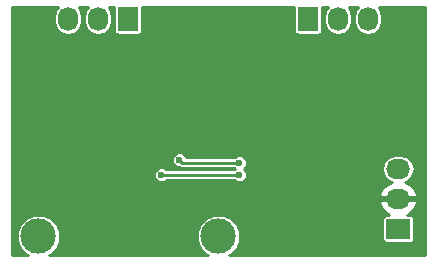
<source format=gbr>
G04 #@! TF.FileFunction,Copper,L2,Bot,Signal*
%FSLAX46Y46*%
G04 Gerber Fmt 4.6, Leading zero omitted, Abs format (unit mm)*
G04 Created by KiCad (PCBNEW 0.201510170916+6271~30~ubuntu14.04.1-product) date lun. 26 oct. 2015 23:12:23 CET*
%MOMM*%
G01*
G04 APERTURE LIST*
%ADD10C,0.100000*%
%ADD11R,2.032000X1.727200*%
%ADD12O,2.032000X1.727200*%
%ADD13R,1.727200X2.032000*%
%ADD14O,1.727200X2.032000*%
%ADD15C,3.000000*%
%ADD16C,0.600000*%
%ADD17C,0.250000*%
%ADD18C,0.254000*%
G04 APERTURE END LIST*
D10*
D11*
X190500000Y-96520000D03*
D12*
X190500000Y-93980000D03*
X190500000Y-91440000D03*
D13*
X167640000Y-78740000D03*
D14*
X165100000Y-78740000D03*
X162560000Y-78740000D03*
D13*
X182880000Y-78740000D03*
D14*
X185420000Y-78740000D03*
X187960000Y-78740000D03*
D15*
X160020000Y-97155000D03*
X175260000Y-97155000D03*
D16*
X183642000Y-90678000D03*
X187452000Y-90678000D03*
X166624000Y-98298000D03*
X162560000Y-98044000D03*
X158496000Y-94742000D03*
X158496000Y-91440000D03*
X160274000Y-90170000D03*
X162052000Y-90932000D03*
X162052000Y-93726000D03*
X164338000Y-95758000D03*
X172720000Y-98044000D03*
X177292000Y-95504000D03*
X172720000Y-89535000D03*
X176530000Y-84455000D03*
X175260000Y-84455000D03*
X173990000Y-84455000D03*
X161290000Y-84455000D03*
X162560000Y-84455000D03*
X163830000Y-84455000D03*
X165100000Y-84455000D03*
X166370000Y-84455000D03*
X184150000Y-84455000D03*
X189230000Y-84455000D03*
X187960000Y-84455000D03*
X186690000Y-84455000D03*
X185420000Y-84455000D03*
X188976000Y-92964000D03*
X181356000Y-96139000D03*
X170307000Y-96647000D03*
X168529000Y-92075000D03*
X177038000Y-90932000D03*
X171958000Y-90678000D03*
X177038000Y-91948000D03*
X170434000Y-91948000D03*
D17*
X188976000Y-92964000D02*
X188976000Y-92202000D01*
X188976000Y-92202000D02*
X187452000Y-90678000D01*
X170307000Y-96647000D02*
X165227000Y-96647000D01*
X162560000Y-96012000D02*
X162560000Y-98044000D01*
X161290000Y-94742000D02*
X162560000Y-96012000D01*
X158496000Y-94742000D02*
X161290000Y-94742000D01*
X159004000Y-91440000D02*
X158496000Y-91440000D01*
X160274000Y-90170000D02*
X159004000Y-91440000D01*
X162052000Y-93726000D02*
X162052000Y-90932000D01*
X165227000Y-96647000D02*
X164338000Y-95758000D01*
X170307000Y-96647000D02*
X171323000Y-96647000D01*
X171323000Y-96647000D02*
X172720000Y-98044000D01*
X175006000Y-93980000D02*
X175768000Y-93980000D01*
X175768000Y-93980000D02*
X177292000Y-95504000D01*
X170307000Y-96647000D02*
X170307000Y-96393000D01*
X179197000Y-93980000D02*
X181356000Y-96139000D01*
X172720000Y-93980000D02*
X175006000Y-93980000D01*
X175006000Y-93980000D02*
X179197000Y-93980000D01*
X170307000Y-96393000D02*
X172720000Y-93980000D01*
X173990000Y-84455000D02*
X173990000Y-88265000D01*
X173990000Y-88265000D02*
X172720000Y-89535000D01*
X166370000Y-84455000D02*
X173990000Y-84455000D01*
X175260000Y-84455000D02*
X176530000Y-84455000D01*
X162560000Y-84455000D02*
X161290000Y-84455000D01*
X165100000Y-84455000D02*
X163830000Y-84455000D01*
X168529000Y-92075000D02*
X168529000Y-86614000D01*
X168529000Y-86614000D02*
X166370000Y-84455000D01*
X188595000Y-88900000D02*
X188595000Y-93345000D01*
X184150000Y-84455000D02*
X188595000Y-88900000D01*
X189230000Y-84455000D02*
X187960000Y-84455000D01*
X186690000Y-84455000D02*
X185420000Y-84455000D01*
X188976000Y-92964000D02*
X188595000Y-93345000D01*
X188595000Y-93345000D02*
X185801000Y-96139000D01*
X185801000Y-96139000D02*
X181356000Y-96139000D01*
X170307000Y-93853000D02*
X170307000Y-96647000D01*
X168529000Y-92075000D02*
X170307000Y-93853000D01*
X172212000Y-90932000D02*
X177038000Y-90932000D01*
X171958000Y-90678000D02*
X172212000Y-90932000D01*
X177038000Y-91948000D02*
X170434000Y-91948000D01*
D18*
G36*
X161460029Y-78105666D02*
X161369400Y-78561289D01*
X161369400Y-78918711D01*
X161460029Y-79374334D01*
X161718119Y-79760592D01*
X162104377Y-80018682D01*
X162560000Y-80109311D01*
X163015623Y-80018682D01*
X163401881Y-79760592D01*
X163659971Y-79374334D01*
X163750600Y-78918711D01*
X163750600Y-78561289D01*
X163659971Y-78105666D01*
X163437022Y-77772000D01*
X164222978Y-77772000D01*
X164000029Y-78105666D01*
X163909400Y-78561289D01*
X163909400Y-78918711D01*
X164000029Y-79374334D01*
X164258119Y-79760592D01*
X164644377Y-80018682D01*
X165100000Y-80109311D01*
X165555623Y-80018682D01*
X165941881Y-79760592D01*
X166199971Y-79374334D01*
X166290600Y-78918711D01*
X166290600Y-78561289D01*
X166199971Y-78105666D01*
X165977022Y-77772000D01*
X166442994Y-77772000D01*
X166442994Y-79756000D01*
X166465795Y-79877179D01*
X166537412Y-79988474D01*
X166646686Y-80063138D01*
X166776400Y-80089406D01*
X168503600Y-80089406D01*
X168624779Y-80066605D01*
X168736074Y-79994988D01*
X168810738Y-79885714D01*
X168837006Y-79756000D01*
X168837006Y-77772000D01*
X181682994Y-77772000D01*
X181682994Y-79756000D01*
X181705795Y-79877179D01*
X181777412Y-79988474D01*
X181886686Y-80063138D01*
X182016400Y-80089406D01*
X183743600Y-80089406D01*
X183864779Y-80066605D01*
X183976074Y-79994988D01*
X184050738Y-79885714D01*
X184077006Y-79756000D01*
X184077006Y-77772000D01*
X184542978Y-77772000D01*
X184320029Y-78105666D01*
X184229400Y-78561289D01*
X184229400Y-78918711D01*
X184320029Y-79374334D01*
X184578119Y-79760592D01*
X184964377Y-80018682D01*
X185420000Y-80109311D01*
X185875623Y-80018682D01*
X186261881Y-79760592D01*
X186519971Y-79374334D01*
X186610600Y-78918711D01*
X186610600Y-78561289D01*
X186519971Y-78105666D01*
X186297022Y-77772000D01*
X187082978Y-77772000D01*
X186860029Y-78105666D01*
X186769400Y-78561289D01*
X186769400Y-78918711D01*
X186860029Y-79374334D01*
X187118119Y-79760592D01*
X187504377Y-80018682D01*
X187960000Y-80109311D01*
X188415623Y-80018682D01*
X188801881Y-79760592D01*
X189059971Y-79374334D01*
X189150600Y-78918711D01*
X189150600Y-78561289D01*
X189059971Y-78105666D01*
X188837022Y-77772000D01*
X192738000Y-77772000D01*
X192738000Y-98758000D01*
X176164704Y-98758000D01*
X176293560Y-98704758D01*
X176807952Y-98191264D01*
X177086682Y-97520007D01*
X177087316Y-96793182D01*
X176809758Y-96121440D01*
X176296264Y-95607048D01*
X175625007Y-95328318D01*
X174898182Y-95327684D01*
X174226440Y-95605242D01*
X173712048Y-96118736D01*
X173433318Y-96789993D01*
X173432684Y-97516818D01*
X173710242Y-98188560D01*
X174223736Y-98702952D01*
X174356306Y-98758000D01*
X160924704Y-98758000D01*
X161053560Y-98704758D01*
X161567952Y-98191264D01*
X161846682Y-97520007D01*
X161847316Y-96793182D01*
X161569758Y-96121440D01*
X161056264Y-95607048D01*
X160385007Y-95328318D01*
X159658182Y-95327684D01*
X158986440Y-95605242D01*
X158472048Y-96118736D01*
X158193318Y-96789993D01*
X158192684Y-97516818D01*
X158470242Y-98188560D01*
X158983736Y-98702952D01*
X159116306Y-98758000D01*
X157782000Y-98758000D01*
X157782000Y-94339026D01*
X188892642Y-94339026D01*
X188895291Y-94354791D01*
X189149268Y-94882036D01*
X189585680Y-95271954D01*
X189731593Y-95322994D01*
X189484000Y-95322994D01*
X189362821Y-95345795D01*
X189251526Y-95417412D01*
X189176862Y-95526686D01*
X189150594Y-95656400D01*
X189150594Y-97383600D01*
X189173395Y-97504779D01*
X189245012Y-97616074D01*
X189354286Y-97690738D01*
X189484000Y-97717006D01*
X191516000Y-97717006D01*
X191637179Y-97694205D01*
X191748474Y-97622588D01*
X191823138Y-97513314D01*
X191849406Y-97383600D01*
X191849406Y-95656400D01*
X191826605Y-95535221D01*
X191754988Y-95423926D01*
X191645714Y-95349262D01*
X191516000Y-95322994D01*
X191268407Y-95322994D01*
X191414320Y-95271954D01*
X191850732Y-94882036D01*
X192104709Y-94354791D01*
X192107358Y-94339026D01*
X191986217Y-94107000D01*
X190627000Y-94107000D01*
X190627000Y-94127000D01*
X190373000Y-94127000D01*
X190373000Y-94107000D01*
X189013783Y-94107000D01*
X188892642Y-94339026D01*
X157782000Y-94339026D01*
X157782000Y-93620974D01*
X188892642Y-93620974D01*
X189013783Y-93853000D01*
X190373000Y-93853000D01*
X190373000Y-93833000D01*
X190627000Y-93833000D01*
X190627000Y-93853000D01*
X191986217Y-93853000D01*
X192107358Y-93620974D01*
X192104709Y-93605209D01*
X191850732Y-93077964D01*
X191414320Y-92688046D01*
X191042961Y-92558146D01*
X191134334Y-92539971D01*
X191520592Y-92281881D01*
X191778682Y-91895623D01*
X191869311Y-91440000D01*
X191778682Y-90984377D01*
X191520592Y-90598119D01*
X191134334Y-90340029D01*
X190678711Y-90249400D01*
X190321289Y-90249400D01*
X189865666Y-90340029D01*
X189479408Y-90598119D01*
X189221318Y-90984377D01*
X189130689Y-91440000D01*
X189221318Y-91895623D01*
X189479408Y-92281881D01*
X189865666Y-92539971D01*
X189957039Y-92558146D01*
X189585680Y-92688046D01*
X189149268Y-93077964D01*
X188895291Y-93605209D01*
X188892642Y-93620974D01*
X157782000Y-93620974D01*
X157782000Y-92072171D01*
X169806891Y-92072171D01*
X169902145Y-92302703D01*
X170078369Y-92479235D01*
X170308735Y-92574891D01*
X170558171Y-92575109D01*
X170788703Y-92479855D01*
X170868698Y-92400000D01*
X176603272Y-92400000D01*
X176682369Y-92479235D01*
X176912735Y-92574891D01*
X177162171Y-92575109D01*
X177392703Y-92479855D01*
X177569235Y-92303631D01*
X177664891Y-92073265D01*
X177665109Y-91823829D01*
X177569855Y-91593297D01*
X177416713Y-91439887D01*
X177569235Y-91287631D01*
X177664891Y-91057265D01*
X177665109Y-90807829D01*
X177569855Y-90577297D01*
X177393631Y-90400765D01*
X177163265Y-90305109D01*
X176913829Y-90304891D01*
X176683297Y-90400145D01*
X176603302Y-90480000D01*
X172554603Y-90480000D01*
X172489855Y-90323297D01*
X172313631Y-90146765D01*
X172083265Y-90051109D01*
X171833829Y-90050891D01*
X171603297Y-90146145D01*
X171426765Y-90322369D01*
X171331109Y-90552735D01*
X171330891Y-90802171D01*
X171426145Y-91032703D01*
X171602369Y-91209235D01*
X171832735Y-91304891D01*
X171972307Y-91305013D01*
X172039027Y-91349594D01*
X172212000Y-91384000D01*
X176603272Y-91384000D01*
X176659287Y-91440113D01*
X176603302Y-91496000D01*
X170868728Y-91496000D01*
X170789631Y-91416765D01*
X170559265Y-91321109D01*
X170309829Y-91320891D01*
X170079297Y-91416145D01*
X169902765Y-91592369D01*
X169807109Y-91822735D01*
X169806891Y-92072171D01*
X157782000Y-92072171D01*
X157782000Y-77772000D01*
X161682978Y-77772000D01*
X161460029Y-78105666D01*
X161460029Y-78105666D01*
G37*
X161460029Y-78105666D02*
X161369400Y-78561289D01*
X161369400Y-78918711D01*
X161460029Y-79374334D01*
X161718119Y-79760592D01*
X162104377Y-80018682D01*
X162560000Y-80109311D01*
X163015623Y-80018682D01*
X163401881Y-79760592D01*
X163659971Y-79374334D01*
X163750600Y-78918711D01*
X163750600Y-78561289D01*
X163659971Y-78105666D01*
X163437022Y-77772000D01*
X164222978Y-77772000D01*
X164000029Y-78105666D01*
X163909400Y-78561289D01*
X163909400Y-78918711D01*
X164000029Y-79374334D01*
X164258119Y-79760592D01*
X164644377Y-80018682D01*
X165100000Y-80109311D01*
X165555623Y-80018682D01*
X165941881Y-79760592D01*
X166199971Y-79374334D01*
X166290600Y-78918711D01*
X166290600Y-78561289D01*
X166199971Y-78105666D01*
X165977022Y-77772000D01*
X166442994Y-77772000D01*
X166442994Y-79756000D01*
X166465795Y-79877179D01*
X166537412Y-79988474D01*
X166646686Y-80063138D01*
X166776400Y-80089406D01*
X168503600Y-80089406D01*
X168624779Y-80066605D01*
X168736074Y-79994988D01*
X168810738Y-79885714D01*
X168837006Y-79756000D01*
X168837006Y-77772000D01*
X181682994Y-77772000D01*
X181682994Y-79756000D01*
X181705795Y-79877179D01*
X181777412Y-79988474D01*
X181886686Y-80063138D01*
X182016400Y-80089406D01*
X183743600Y-80089406D01*
X183864779Y-80066605D01*
X183976074Y-79994988D01*
X184050738Y-79885714D01*
X184077006Y-79756000D01*
X184077006Y-77772000D01*
X184542978Y-77772000D01*
X184320029Y-78105666D01*
X184229400Y-78561289D01*
X184229400Y-78918711D01*
X184320029Y-79374334D01*
X184578119Y-79760592D01*
X184964377Y-80018682D01*
X185420000Y-80109311D01*
X185875623Y-80018682D01*
X186261881Y-79760592D01*
X186519971Y-79374334D01*
X186610600Y-78918711D01*
X186610600Y-78561289D01*
X186519971Y-78105666D01*
X186297022Y-77772000D01*
X187082978Y-77772000D01*
X186860029Y-78105666D01*
X186769400Y-78561289D01*
X186769400Y-78918711D01*
X186860029Y-79374334D01*
X187118119Y-79760592D01*
X187504377Y-80018682D01*
X187960000Y-80109311D01*
X188415623Y-80018682D01*
X188801881Y-79760592D01*
X189059971Y-79374334D01*
X189150600Y-78918711D01*
X189150600Y-78561289D01*
X189059971Y-78105666D01*
X188837022Y-77772000D01*
X192738000Y-77772000D01*
X192738000Y-98758000D01*
X176164704Y-98758000D01*
X176293560Y-98704758D01*
X176807952Y-98191264D01*
X177086682Y-97520007D01*
X177087316Y-96793182D01*
X176809758Y-96121440D01*
X176296264Y-95607048D01*
X175625007Y-95328318D01*
X174898182Y-95327684D01*
X174226440Y-95605242D01*
X173712048Y-96118736D01*
X173433318Y-96789993D01*
X173432684Y-97516818D01*
X173710242Y-98188560D01*
X174223736Y-98702952D01*
X174356306Y-98758000D01*
X160924704Y-98758000D01*
X161053560Y-98704758D01*
X161567952Y-98191264D01*
X161846682Y-97520007D01*
X161847316Y-96793182D01*
X161569758Y-96121440D01*
X161056264Y-95607048D01*
X160385007Y-95328318D01*
X159658182Y-95327684D01*
X158986440Y-95605242D01*
X158472048Y-96118736D01*
X158193318Y-96789993D01*
X158192684Y-97516818D01*
X158470242Y-98188560D01*
X158983736Y-98702952D01*
X159116306Y-98758000D01*
X157782000Y-98758000D01*
X157782000Y-94339026D01*
X188892642Y-94339026D01*
X188895291Y-94354791D01*
X189149268Y-94882036D01*
X189585680Y-95271954D01*
X189731593Y-95322994D01*
X189484000Y-95322994D01*
X189362821Y-95345795D01*
X189251526Y-95417412D01*
X189176862Y-95526686D01*
X189150594Y-95656400D01*
X189150594Y-97383600D01*
X189173395Y-97504779D01*
X189245012Y-97616074D01*
X189354286Y-97690738D01*
X189484000Y-97717006D01*
X191516000Y-97717006D01*
X191637179Y-97694205D01*
X191748474Y-97622588D01*
X191823138Y-97513314D01*
X191849406Y-97383600D01*
X191849406Y-95656400D01*
X191826605Y-95535221D01*
X191754988Y-95423926D01*
X191645714Y-95349262D01*
X191516000Y-95322994D01*
X191268407Y-95322994D01*
X191414320Y-95271954D01*
X191850732Y-94882036D01*
X192104709Y-94354791D01*
X192107358Y-94339026D01*
X191986217Y-94107000D01*
X190627000Y-94107000D01*
X190627000Y-94127000D01*
X190373000Y-94127000D01*
X190373000Y-94107000D01*
X189013783Y-94107000D01*
X188892642Y-94339026D01*
X157782000Y-94339026D01*
X157782000Y-93620974D01*
X188892642Y-93620974D01*
X189013783Y-93853000D01*
X190373000Y-93853000D01*
X190373000Y-93833000D01*
X190627000Y-93833000D01*
X190627000Y-93853000D01*
X191986217Y-93853000D01*
X192107358Y-93620974D01*
X192104709Y-93605209D01*
X191850732Y-93077964D01*
X191414320Y-92688046D01*
X191042961Y-92558146D01*
X191134334Y-92539971D01*
X191520592Y-92281881D01*
X191778682Y-91895623D01*
X191869311Y-91440000D01*
X191778682Y-90984377D01*
X191520592Y-90598119D01*
X191134334Y-90340029D01*
X190678711Y-90249400D01*
X190321289Y-90249400D01*
X189865666Y-90340029D01*
X189479408Y-90598119D01*
X189221318Y-90984377D01*
X189130689Y-91440000D01*
X189221318Y-91895623D01*
X189479408Y-92281881D01*
X189865666Y-92539971D01*
X189957039Y-92558146D01*
X189585680Y-92688046D01*
X189149268Y-93077964D01*
X188895291Y-93605209D01*
X188892642Y-93620974D01*
X157782000Y-93620974D01*
X157782000Y-92072171D01*
X169806891Y-92072171D01*
X169902145Y-92302703D01*
X170078369Y-92479235D01*
X170308735Y-92574891D01*
X170558171Y-92575109D01*
X170788703Y-92479855D01*
X170868698Y-92400000D01*
X176603272Y-92400000D01*
X176682369Y-92479235D01*
X176912735Y-92574891D01*
X177162171Y-92575109D01*
X177392703Y-92479855D01*
X177569235Y-92303631D01*
X177664891Y-92073265D01*
X177665109Y-91823829D01*
X177569855Y-91593297D01*
X177416713Y-91439887D01*
X177569235Y-91287631D01*
X177664891Y-91057265D01*
X177665109Y-90807829D01*
X177569855Y-90577297D01*
X177393631Y-90400765D01*
X177163265Y-90305109D01*
X176913829Y-90304891D01*
X176683297Y-90400145D01*
X176603302Y-90480000D01*
X172554603Y-90480000D01*
X172489855Y-90323297D01*
X172313631Y-90146765D01*
X172083265Y-90051109D01*
X171833829Y-90050891D01*
X171603297Y-90146145D01*
X171426765Y-90322369D01*
X171331109Y-90552735D01*
X171330891Y-90802171D01*
X171426145Y-91032703D01*
X171602369Y-91209235D01*
X171832735Y-91304891D01*
X171972307Y-91305013D01*
X172039027Y-91349594D01*
X172212000Y-91384000D01*
X176603272Y-91384000D01*
X176659287Y-91440113D01*
X176603302Y-91496000D01*
X170868728Y-91496000D01*
X170789631Y-91416765D01*
X170559265Y-91321109D01*
X170309829Y-91320891D01*
X170079297Y-91416145D01*
X169902765Y-91592369D01*
X169807109Y-91822735D01*
X169806891Y-92072171D01*
X157782000Y-92072171D01*
X157782000Y-77772000D01*
X161682978Y-77772000D01*
X161460029Y-78105666D01*
M02*

</source>
